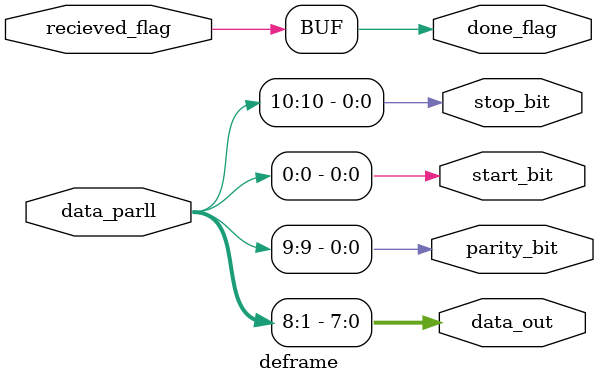
<source format=sv>

module deframe(data_parll,recieved_flag,parity_bit,start_bit,stop_bit,done_flag,data_out);
input logic [10:0] data_parll;
input logic        recieved_flag;

output logic [7:0] data_out;
output logic       parity_bit;
output logic       start_bit;
output logic       stop_bit;
output logic       done_flag;

always @(*) 
begin
  start_bit = data_parll[0];
  data_out = data_parll[8:1];
  parity_bit = data_parll[9];
  stop_bit = data_parll[10];
  done_flag = recieved_flag;
end

endmodule
</source>
